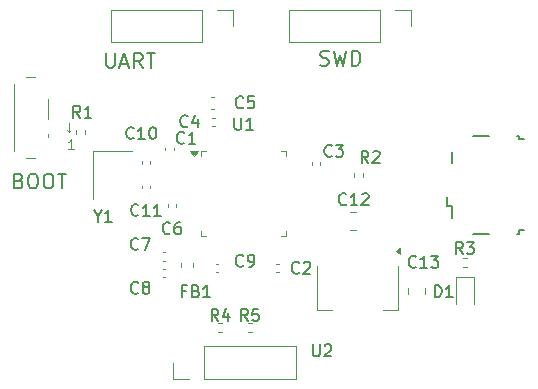
<source format=gbr>
%TF.GenerationSoftware,KiCad,Pcbnew,9.0.1*%
%TF.CreationDate,2025-05-17T01:13:42+02:00*%
%TF.ProjectId,kurs,6b757273-2e6b-4696-9361-645f70636258,rev?*%
%TF.SameCoordinates,Original*%
%TF.FileFunction,Legend,Top*%
%TF.FilePolarity,Positive*%
%FSLAX46Y46*%
G04 Gerber Fmt 4.6, Leading zero omitted, Abs format (unit mm)*
G04 Created by KiCad (PCBNEW 9.0.1) date 2025-05-17 01:13:42*
%MOMM*%
%LPD*%
G01*
G04 APERTURE LIST*
%ADD10C,0.100000*%
%ADD11C,0.200000*%
%ADD12C,0.150000*%
%ADD13C,0.120000*%
G04 APERTURE END LIST*
D10*
X53484836Y-62710514D02*
X53484836Y-63472419D01*
X53675312Y-63281942D02*
X53484836Y-63472419D01*
X53484836Y-63472419D02*
X53294360Y-63281942D01*
X53875312Y-64896895D02*
X53418169Y-64896895D01*
X53646741Y-64896895D02*
X53646741Y-64096895D01*
X53646741Y-64096895D02*
X53570550Y-64211180D01*
X53570550Y-64211180D02*
X53494360Y-64287371D01*
X53494360Y-64287371D02*
X53418169Y-64325466D01*
D11*
X56629197Y-56786623D02*
X56629197Y-57798528D01*
X56629197Y-57798528D02*
X56688720Y-57917576D01*
X56688720Y-57917576D02*
X56748244Y-57977100D01*
X56748244Y-57977100D02*
X56867292Y-58036623D01*
X56867292Y-58036623D02*
X57105387Y-58036623D01*
X57105387Y-58036623D02*
X57224435Y-57977100D01*
X57224435Y-57977100D02*
X57283958Y-57917576D01*
X57283958Y-57917576D02*
X57343482Y-57798528D01*
X57343482Y-57798528D02*
X57343482Y-56786623D01*
X57879197Y-57679480D02*
X58474435Y-57679480D01*
X57760149Y-58036623D02*
X58176816Y-56786623D01*
X58176816Y-56786623D02*
X58593482Y-58036623D01*
X59724435Y-58036623D02*
X59307769Y-57441385D01*
X59010150Y-58036623D02*
X59010150Y-56786623D01*
X59010150Y-56786623D02*
X59486340Y-56786623D01*
X59486340Y-56786623D02*
X59605388Y-56846147D01*
X59605388Y-56846147D02*
X59664911Y-56905671D01*
X59664911Y-56905671D02*
X59724435Y-57024719D01*
X59724435Y-57024719D02*
X59724435Y-57203290D01*
X59724435Y-57203290D02*
X59664911Y-57322338D01*
X59664911Y-57322338D02*
X59605388Y-57381861D01*
X59605388Y-57381861D02*
X59486340Y-57441385D01*
X59486340Y-57441385D02*
X59010150Y-57441385D01*
X60081578Y-56786623D02*
X60795864Y-56786623D01*
X60438721Y-58036623D02*
X60438721Y-56786623D01*
X74769673Y-57777100D02*
X74948244Y-57836623D01*
X74948244Y-57836623D02*
X75245863Y-57836623D01*
X75245863Y-57836623D02*
X75364911Y-57777100D01*
X75364911Y-57777100D02*
X75424435Y-57717576D01*
X75424435Y-57717576D02*
X75483958Y-57598528D01*
X75483958Y-57598528D02*
X75483958Y-57479480D01*
X75483958Y-57479480D02*
X75424435Y-57360433D01*
X75424435Y-57360433D02*
X75364911Y-57300909D01*
X75364911Y-57300909D02*
X75245863Y-57241385D01*
X75245863Y-57241385D02*
X75007768Y-57181861D01*
X75007768Y-57181861D02*
X74888720Y-57122338D01*
X74888720Y-57122338D02*
X74829197Y-57062814D01*
X74829197Y-57062814D02*
X74769673Y-56943766D01*
X74769673Y-56943766D02*
X74769673Y-56824719D01*
X74769673Y-56824719D02*
X74829197Y-56705671D01*
X74829197Y-56705671D02*
X74888720Y-56646147D01*
X74888720Y-56646147D02*
X75007768Y-56586623D01*
X75007768Y-56586623D02*
X75305387Y-56586623D01*
X75305387Y-56586623D02*
X75483958Y-56646147D01*
X75900625Y-56586623D02*
X76198244Y-57836623D01*
X76198244Y-57836623D02*
X76436339Y-56943766D01*
X76436339Y-56943766D02*
X76674434Y-57836623D01*
X76674434Y-57836623D02*
X76972054Y-56586623D01*
X77448244Y-57836623D02*
X77448244Y-56586623D01*
X77448244Y-56586623D02*
X77745863Y-56586623D01*
X77745863Y-56586623D02*
X77924434Y-56646147D01*
X77924434Y-56646147D02*
X78043482Y-56765195D01*
X78043482Y-56765195D02*
X78103005Y-56884242D01*
X78103005Y-56884242D02*
X78162529Y-57122338D01*
X78162529Y-57122338D02*
X78162529Y-57300909D01*
X78162529Y-57300909D02*
X78103005Y-57539004D01*
X78103005Y-57539004D02*
X78043482Y-57658052D01*
X78043482Y-57658052D02*
X77924434Y-57777100D01*
X77924434Y-57777100D02*
X77745863Y-57836623D01*
X77745863Y-57836623D02*
X77448244Y-57836623D01*
X49245863Y-67581861D02*
X49424435Y-67641385D01*
X49424435Y-67641385D02*
X49483958Y-67700909D01*
X49483958Y-67700909D02*
X49543482Y-67819957D01*
X49543482Y-67819957D02*
X49543482Y-67998528D01*
X49543482Y-67998528D02*
X49483958Y-68117576D01*
X49483958Y-68117576D02*
X49424435Y-68177100D01*
X49424435Y-68177100D02*
X49305387Y-68236623D01*
X49305387Y-68236623D02*
X48829197Y-68236623D01*
X48829197Y-68236623D02*
X48829197Y-66986623D01*
X48829197Y-66986623D02*
X49245863Y-66986623D01*
X49245863Y-66986623D02*
X49364911Y-67046147D01*
X49364911Y-67046147D02*
X49424435Y-67105671D01*
X49424435Y-67105671D02*
X49483958Y-67224719D01*
X49483958Y-67224719D02*
X49483958Y-67343766D01*
X49483958Y-67343766D02*
X49424435Y-67462814D01*
X49424435Y-67462814D02*
X49364911Y-67522338D01*
X49364911Y-67522338D02*
X49245863Y-67581861D01*
X49245863Y-67581861D02*
X48829197Y-67581861D01*
X50317292Y-66986623D02*
X50555387Y-66986623D01*
X50555387Y-66986623D02*
X50674435Y-67046147D01*
X50674435Y-67046147D02*
X50793482Y-67165195D01*
X50793482Y-67165195D02*
X50853006Y-67403290D01*
X50853006Y-67403290D02*
X50853006Y-67819957D01*
X50853006Y-67819957D02*
X50793482Y-68058052D01*
X50793482Y-68058052D02*
X50674435Y-68177100D01*
X50674435Y-68177100D02*
X50555387Y-68236623D01*
X50555387Y-68236623D02*
X50317292Y-68236623D01*
X50317292Y-68236623D02*
X50198244Y-68177100D01*
X50198244Y-68177100D02*
X50079197Y-68058052D01*
X50079197Y-68058052D02*
X50019673Y-67819957D01*
X50019673Y-67819957D02*
X50019673Y-67403290D01*
X50019673Y-67403290D02*
X50079197Y-67165195D01*
X50079197Y-67165195D02*
X50198244Y-67046147D01*
X50198244Y-67046147D02*
X50317292Y-66986623D01*
X51626816Y-66986623D02*
X51864911Y-66986623D01*
X51864911Y-66986623D02*
X51983959Y-67046147D01*
X51983959Y-67046147D02*
X52103006Y-67165195D01*
X52103006Y-67165195D02*
X52162530Y-67403290D01*
X52162530Y-67403290D02*
X52162530Y-67819957D01*
X52162530Y-67819957D02*
X52103006Y-68058052D01*
X52103006Y-68058052D02*
X51983959Y-68177100D01*
X51983959Y-68177100D02*
X51864911Y-68236623D01*
X51864911Y-68236623D02*
X51626816Y-68236623D01*
X51626816Y-68236623D02*
X51507768Y-68177100D01*
X51507768Y-68177100D02*
X51388721Y-68058052D01*
X51388721Y-68058052D02*
X51329197Y-67819957D01*
X51329197Y-67819957D02*
X51329197Y-67403290D01*
X51329197Y-67403290D02*
X51388721Y-67165195D01*
X51388721Y-67165195D02*
X51507768Y-67046147D01*
X51507768Y-67046147D02*
X51626816Y-66986623D01*
X52519673Y-66986623D02*
X53233959Y-66986623D01*
X52876816Y-68236623D02*
X52876816Y-66986623D01*
D12*
X55923809Y-70578628D02*
X55923809Y-71054819D01*
X55590476Y-70054819D02*
X55923809Y-70578628D01*
X55923809Y-70578628D02*
X56257142Y-70054819D01*
X57114285Y-71054819D02*
X56542857Y-71054819D01*
X56828571Y-71054819D02*
X56828571Y-70054819D01*
X56828571Y-70054819D02*
X56733333Y-70197676D01*
X56733333Y-70197676D02*
X56638095Y-70292914D01*
X56638095Y-70292914D02*
X56542857Y-70340533D01*
X63366666Y-76931009D02*
X63033333Y-76931009D01*
X63033333Y-77454819D02*
X63033333Y-76454819D01*
X63033333Y-76454819D02*
X63509523Y-76454819D01*
X64223809Y-76931009D02*
X64366666Y-76978628D01*
X64366666Y-76978628D02*
X64414285Y-77026247D01*
X64414285Y-77026247D02*
X64461904Y-77121485D01*
X64461904Y-77121485D02*
X64461904Y-77264342D01*
X64461904Y-77264342D02*
X64414285Y-77359580D01*
X64414285Y-77359580D02*
X64366666Y-77407200D01*
X64366666Y-77407200D02*
X64271428Y-77454819D01*
X64271428Y-77454819D02*
X63890476Y-77454819D01*
X63890476Y-77454819D02*
X63890476Y-76454819D01*
X63890476Y-76454819D02*
X64223809Y-76454819D01*
X64223809Y-76454819D02*
X64319047Y-76502438D01*
X64319047Y-76502438D02*
X64366666Y-76550057D01*
X64366666Y-76550057D02*
X64414285Y-76645295D01*
X64414285Y-76645295D02*
X64414285Y-76740533D01*
X64414285Y-76740533D02*
X64366666Y-76835771D01*
X64366666Y-76835771D02*
X64319047Y-76883390D01*
X64319047Y-76883390D02*
X64223809Y-76931009D01*
X64223809Y-76931009D02*
X63890476Y-76931009D01*
X65414285Y-77454819D02*
X64842857Y-77454819D01*
X65128571Y-77454819D02*
X65128571Y-76454819D01*
X65128571Y-76454819D02*
X65033333Y-76597676D01*
X65033333Y-76597676D02*
X64938095Y-76692914D01*
X64938095Y-76692914D02*
X64842857Y-76740533D01*
X75733333Y-65459580D02*
X75685714Y-65507200D01*
X75685714Y-65507200D02*
X75542857Y-65554819D01*
X75542857Y-65554819D02*
X75447619Y-65554819D01*
X75447619Y-65554819D02*
X75304762Y-65507200D01*
X75304762Y-65507200D02*
X75209524Y-65411961D01*
X75209524Y-65411961D02*
X75161905Y-65316723D01*
X75161905Y-65316723D02*
X75114286Y-65126247D01*
X75114286Y-65126247D02*
X75114286Y-64983390D01*
X75114286Y-64983390D02*
X75161905Y-64792914D01*
X75161905Y-64792914D02*
X75209524Y-64697676D01*
X75209524Y-64697676D02*
X75304762Y-64602438D01*
X75304762Y-64602438D02*
X75447619Y-64554819D01*
X75447619Y-64554819D02*
X75542857Y-64554819D01*
X75542857Y-64554819D02*
X75685714Y-64602438D01*
X75685714Y-64602438D02*
X75733333Y-64650057D01*
X76066667Y-64554819D02*
X76685714Y-64554819D01*
X76685714Y-64554819D02*
X76352381Y-64935771D01*
X76352381Y-64935771D02*
X76495238Y-64935771D01*
X76495238Y-64935771D02*
X76590476Y-64983390D01*
X76590476Y-64983390D02*
X76638095Y-65031009D01*
X76638095Y-65031009D02*
X76685714Y-65126247D01*
X76685714Y-65126247D02*
X76685714Y-65364342D01*
X76685714Y-65364342D02*
X76638095Y-65459580D01*
X76638095Y-65459580D02*
X76590476Y-65507200D01*
X76590476Y-65507200D02*
X76495238Y-65554819D01*
X76495238Y-65554819D02*
X76209524Y-65554819D01*
X76209524Y-65554819D02*
X76114286Y-65507200D01*
X76114286Y-65507200D02*
X76066667Y-65459580D01*
X68233333Y-61359580D02*
X68185714Y-61407200D01*
X68185714Y-61407200D02*
X68042857Y-61454819D01*
X68042857Y-61454819D02*
X67947619Y-61454819D01*
X67947619Y-61454819D02*
X67804762Y-61407200D01*
X67804762Y-61407200D02*
X67709524Y-61311961D01*
X67709524Y-61311961D02*
X67661905Y-61216723D01*
X67661905Y-61216723D02*
X67614286Y-61026247D01*
X67614286Y-61026247D02*
X67614286Y-60883390D01*
X67614286Y-60883390D02*
X67661905Y-60692914D01*
X67661905Y-60692914D02*
X67709524Y-60597676D01*
X67709524Y-60597676D02*
X67804762Y-60502438D01*
X67804762Y-60502438D02*
X67947619Y-60454819D01*
X67947619Y-60454819D02*
X68042857Y-60454819D01*
X68042857Y-60454819D02*
X68185714Y-60502438D01*
X68185714Y-60502438D02*
X68233333Y-60550057D01*
X69138095Y-60454819D02*
X68661905Y-60454819D01*
X68661905Y-60454819D02*
X68614286Y-60931009D01*
X68614286Y-60931009D02*
X68661905Y-60883390D01*
X68661905Y-60883390D02*
X68757143Y-60835771D01*
X68757143Y-60835771D02*
X68995238Y-60835771D01*
X68995238Y-60835771D02*
X69090476Y-60883390D01*
X69090476Y-60883390D02*
X69138095Y-60931009D01*
X69138095Y-60931009D02*
X69185714Y-61026247D01*
X69185714Y-61026247D02*
X69185714Y-61264342D01*
X69185714Y-61264342D02*
X69138095Y-61359580D01*
X69138095Y-61359580D02*
X69090476Y-61407200D01*
X69090476Y-61407200D02*
X68995238Y-61454819D01*
X68995238Y-61454819D02*
X68757143Y-61454819D01*
X68757143Y-61454819D02*
X68661905Y-61407200D01*
X68661905Y-61407200D02*
X68614286Y-61359580D01*
X67488095Y-62267319D02*
X67488095Y-63076842D01*
X67488095Y-63076842D02*
X67535714Y-63172080D01*
X67535714Y-63172080D02*
X67583333Y-63219700D01*
X67583333Y-63219700D02*
X67678571Y-63267319D01*
X67678571Y-63267319D02*
X67869047Y-63267319D01*
X67869047Y-63267319D02*
X67964285Y-63219700D01*
X67964285Y-63219700D02*
X68011904Y-63172080D01*
X68011904Y-63172080D02*
X68059523Y-63076842D01*
X68059523Y-63076842D02*
X68059523Y-62267319D01*
X69059523Y-63267319D02*
X68488095Y-63267319D01*
X68773809Y-63267319D02*
X68773809Y-62267319D01*
X68773809Y-62267319D02*
X68678571Y-62410176D01*
X68678571Y-62410176D02*
X68583333Y-62505414D01*
X68583333Y-62505414D02*
X68488095Y-62553033D01*
X84461905Y-77454819D02*
X84461905Y-76454819D01*
X84461905Y-76454819D02*
X84700000Y-76454819D01*
X84700000Y-76454819D02*
X84842857Y-76502438D01*
X84842857Y-76502438D02*
X84938095Y-76597676D01*
X84938095Y-76597676D02*
X84985714Y-76692914D01*
X84985714Y-76692914D02*
X85033333Y-76883390D01*
X85033333Y-76883390D02*
X85033333Y-77026247D01*
X85033333Y-77026247D02*
X84985714Y-77216723D01*
X84985714Y-77216723D02*
X84938095Y-77311961D01*
X84938095Y-77311961D02*
X84842857Y-77407200D01*
X84842857Y-77407200D02*
X84700000Y-77454819D01*
X84700000Y-77454819D02*
X84461905Y-77454819D01*
X85985714Y-77454819D02*
X85414286Y-77454819D01*
X85700000Y-77454819D02*
X85700000Y-76454819D01*
X85700000Y-76454819D02*
X85604762Y-76597676D01*
X85604762Y-76597676D02*
X85509524Y-76692914D01*
X85509524Y-76692914D02*
X85414286Y-76740533D01*
X58957142Y-63959580D02*
X58909523Y-64007200D01*
X58909523Y-64007200D02*
X58766666Y-64054819D01*
X58766666Y-64054819D02*
X58671428Y-64054819D01*
X58671428Y-64054819D02*
X58528571Y-64007200D01*
X58528571Y-64007200D02*
X58433333Y-63911961D01*
X58433333Y-63911961D02*
X58385714Y-63816723D01*
X58385714Y-63816723D02*
X58338095Y-63626247D01*
X58338095Y-63626247D02*
X58338095Y-63483390D01*
X58338095Y-63483390D02*
X58385714Y-63292914D01*
X58385714Y-63292914D02*
X58433333Y-63197676D01*
X58433333Y-63197676D02*
X58528571Y-63102438D01*
X58528571Y-63102438D02*
X58671428Y-63054819D01*
X58671428Y-63054819D02*
X58766666Y-63054819D01*
X58766666Y-63054819D02*
X58909523Y-63102438D01*
X58909523Y-63102438D02*
X58957142Y-63150057D01*
X59909523Y-64054819D02*
X59338095Y-64054819D01*
X59623809Y-64054819D02*
X59623809Y-63054819D01*
X59623809Y-63054819D02*
X59528571Y-63197676D01*
X59528571Y-63197676D02*
X59433333Y-63292914D01*
X59433333Y-63292914D02*
X59338095Y-63340533D01*
X60528571Y-63054819D02*
X60623809Y-63054819D01*
X60623809Y-63054819D02*
X60719047Y-63102438D01*
X60719047Y-63102438D02*
X60766666Y-63150057D01*
X60766666Y-63150057D02*
X60814285Y-63245295D01*
X60814285Y-63245295D02*
X60861904Y-63435771D01*
X60861904Y-63435771D02*
X60861904Y-63673866D01*
X60861904Y-63673866D02*
X60814285Y-63864342D01*
X60814285Y-63864342D02*
X60766666Y-63959580D01*
X60766666Y-63959580D02*
X60719047Y-64007200D01*
X60719047Y-64007200D02*
X60623809Y-64054819D01*
X60623809Y-64054819D02*
X60528571Y-64054819D01*
X60528571Y-64054819D02*
X60433333Y-64007200D01*
X60433333Y-64007200D02*
X60385714Y-63959580D01*
X60385714Y-63959580D02*
X60338095Y-63864342D01*
X60338095Y-63864342D02*
X60290476Y-63673866D01*
X60290476Y-63673866D02*
X60290476Y-63435771D01*
X60290476Y-63435771D02*
X60338095Y-63245295D01*
X60338095Y-63245295D02*
X60385714Y-63150057D01*
X60385714Y-63150057D02*
X60433333Y-63102438D01*
X60433333Y-63102438D02*
X60528571Y-63054819D01*
X86823333Y-73784819D02*
X86490000Y-73308628D01*
X86251905Y-73784819D02*
X86251905Y-72784819D01*
X86251905Y-72784819D02*
X86632857Y-72784819D01*
X86632857Y-72784819D02*
X86728095Y-72832438D01*
X86728095Y-72832438D02*
X86775714Y-72880057D01*
X86775714Y-72880057D02*
X86823333Y-72975295D01*
X86823333Y-72975295D02*
X86823333Y-73118152D01*
X86823333Y-73118152D02*
X86775714Y-73213390D01*
X86775714Y-73213390D02*
X86728095Y-73261009D01*
X86728095Y-73261009D02*
X86632857Y-73308628D01*
X86632857Y-73308628D02*
X86251905Y-73308628D01*
X87156667Y-72784819D02*
X87775714Y-72784819D01*
X87775714Y-72784819D02*
X87442381Y-73165771D01*
X87442381Y-73165771D02*
X87585238Y-73165771D01*
X87585238Y-73165771D02*
X87680476Y-73213390D01*
X87680476Y-73213390D02*
X87728095Y-73261009D01*
X87728095Y-73261009D02*
X87775714Y-73356247D01*
X87775714Y-73356247D02*
X87775714Y-73594342D01*
X87775714Y-73594342D02*
X87728095Y-73689580D01*
X87728095Y-73689580D02*
X87680476Y-73737200D01*
X87680476Y-73737200D02*
X87585238Y-73784819D01*
X87585238Y-73784819D02*
X87299524Y-73784819D01*
X87299524Y-73784819D02*
X87204286Y-73737200D01*
X87204286Y-73737200D02*
X87156667Y-73689580D01*
X63233333Y-64359580D02*
X63185714Y-64407200D01*
X63185714Y-64407200D02*
X63042857Y-64454819D01*
X63042857Y-64454819D02*
X62947619Y-64454819D01*
X62947619Y-64454819D02*
X62804762Y-64407200D01*
X62804762Y-64407200D02*
X62709524Y-64311961D01*
X62709524Y-64311961D02*
X62661905Y-64216723D01*
X62661905Y-64216723D02*
X62614286Y-64026247D01*
X62614286Y-64026247D02*
X62614286Y-63883390D01*
X62614286Y-63883390D02*
X62661905Y-63692914D01*
X62661905Y-63692914D02*
X62709524Y-63597676D01*
X62709524Y-63597676D02*
X62804762Y-63502438D01*
X62804762Y-63502438D02*
X62947619Y-63454819D01*
X62947619Y-63454819D02*
X63042857Y-63454819D01*
X63042857Y-63454819D02*
X63185714Y-63502438D01*
X63185714Y-63502438D02*
X63233333Y-63550057D01*
X64185714Y-64454819D02*
X63614286Y-64454819D01*
X63900000Y-64454819D02*
X63900000Y-63454819D01*
X63900000Y-63454819D02*
X63804762Y-63597676D01*
X63804762Y-63597676D02*
X63709524Y-63692914D01*
X63709524Y-63692914D02*
X63614286Y-63740533D01*
X72973333Y-75359580D02*
X72925714Y-75407200D01*
X72925714Y-75407200D02*
X72782857Y-75454819D01*
X72782857Y-75454819D02*
X72687619Y-75454819D01*
X72687619Y-75454819D02*
X72544762Y-75407200D01*
X72544762Y-75407200D02*
X72449524Y-75311961D01*
X72449524Y-75311961D02*
X72401905Y-75216723D01*
X72401905Y-75216723D02*
X72354286Y-75026247D01*
X72354286Y-75026247D02*
X72354286Y-74883390D01*
X72354286Y-74883390D02*
X72401905Y-74692914D01*
X72401905Y-74692914D02*
X72449524Y-74597676D01*
X72449524Y-74597676D02*
X72544762Y-74502438D01*
X72544762Y-74502438D02*
X72687619Y-74454819D01*
X72687619Y-74454819D02*
X72782857Y-74454819D01*
X72782857Y-74454819D02*
X72925714Y-74502438D01*
X72925714Y-74502438D02*
X72973333Y-74550057D01*
X73354286Y-74550057D02*
X73401905Y-74502438D01*
X73401905Y-74502438D02*
X73497143Y-74454819D01*
X73497143Y-74454819D02*
X73735238Y-74454819D01*
X73735238Y-74454819D02*
X73830476Y-74502438D01*
X73830476Y-74502438D02*
X73878095Y-74550057D01*
X73878095Y-74550057D02*
X73925714Y-74645295D01*
X73925714Y-74645295D02*
X73925714Y-74740533D01*
X73925714Y-74740533D02*
X73878095Y-74883390D01*
X73878095Y-74883390D02*
X73306667Y-75454819D01*
X73306667Y-75454819D02*
X73925714Y-75454819D01*
X76957142Y-69559580D02*
X76909523Y-69607200D01*
X76909523Y-69607200D02*
X76766666Y-69654819D01*
X76766666Y-69654819D02*
X76671428Y-69654819D01*
X76671428Y-69654819D02*
X76528571Y-69607200D01*
X76528571Y-69607200D02*
X76433333Y-69511961D01*
X76433333Y-69511961D02*
X76385714Y-69416723D01*
X76385714Y-69416723D02*
X76338095Y-69226247D01*
X76338095Y-69226247D02*
X76338095Y-69083390D01*
X76338095Y-69083390D02*
X76385714Y-68892914D01*
X76385714Y-68892914D02*
X76433333Y-68797676D01*
X76433333Y-68797676D02*
X76528571Y-68702438D01*
X76528571Y-68702438D02*
X76671428Y-68654819D01*
X76671428Y-68654819D02*
X76766666Y-68654819D01*
X76766666Y-68654819D02*
X76909523Y-68702438D01*
X76909523Y-68702438D02*
X76957142Y-68750057D01*
X77909523Y-69654819D02*
X77338095Y-69654819D01*
X77623809Y-69654819D02*
X77623809Y-68654819D01*
X77623809Y-68654819D02*
X77528571Y-68797676D01*
X77528571Y-68797676D02*
X77433333Y-68892914D01*
X77433333Y-68892914D02*
X77338095Y-68940533D01*
X78290476Y-68750057D02*
X78338095Y-68702438D01*
X78338095Y-68702438D02*
X78433333Y-68654819D01*
X78433333Y-68654819D02*
X78671428Y-68654819D01*
X78671428Y-68654819D02*
X78766666Y-68702438D01*
X78766666Y-68702438D02*
X78814285Y-68750057D01*
X78814285Y-68750057D02*
X78861904Y-68845295D01*
X78861904Y-68845295D02*
X78861904Y-68940533D01*
X78861904Y-68940533D02*
X78814285Y-69083390D01*
X78814285Y-69083390D02*
X78242857Y-69654819D01*
X78242857Y-69654819D02*
X78861904Y-69654819D01*
X59333333Y-77059580D02*
X59285714Y-77107200D01*
X59285714Y-77107200D02*
X59142857Y-77154819D01*
X59142857Y-77154819D02*
X59047619Y-77154819D01*
X59047619Y-77154819D02*
X58904762Y-77107200D01*
X58904762Y-77107200D02*
X58809524Y-77011961D01*
X58809524Y-77011961D02*
X58761905Y-76916723D01*
X58761905Y-76916723D02*
X58714286Y-76726247D01*
X58714286Y-76726247D02*
X58714286Y-76583390D01*
X58714286Y-76583390D02*
X58761905Y-76392914D01*
X58761905Y-76392914D02*
X58809524Y-76297676D01*
X58809524Y-76297676D02*
X58904762Y-76202438D01*
X58904762Y-76202438D02*
X59047619Y-76154819D01*
X59047619Y-76154819D02*
X59142857Y-76154819D01*
X59142857Y-76154819D02*
X59285714Y-76202438D01*
X59285714Y-76202438D02*
X59333333Y-76250057D01*
X59904762Y-76583390D02*
X59809524Y-76535771D01*
X59809524Y-76535771D02*
X59761905Y-76488152D01*
X59761905Y-76488152D02*
X59714286Y-76392914D01*
X59714286Y-76392914D02*
X59714286Y-76345295D01*
X59714286Y-76345295D02*
X59761905Y-76250057D01*
X59761905Y-76250057D02*
X59809524Y-76202438D01*
X59809524Y-76202438D02*
X59904762Y-76154819D01*
X59904762Y-76154819D02*
X60095238Y-76154819D01*
X60095238Y-76154819D02*
X60190476Y-76202438D01*
X60190476Y-76202438D02*
X60238095Y-76250057D01*
X60238095Y-76250057D02*
X60285714Y-76345295D01*
X60285714Y-76345295D02*
X60285714Y-76392914D01*
X60285714Y-76392914D02*
X60238095Y-76488152D01*
X60238095Y-76488152D02*
X60190476Y-76535771D01*
X60190476Y-76535771D02*
X60095238Y-76583390D01*
X60095238Y-76583390D02*
X59904762Y-76583390D01*
X59904762Y-76583390D02*
X59809524Y-76631009D01*
X59809524Y-76631009D02*
X59761905Y-76678628D01*
X59761905Y-76678628D02*
X59714286Y-76773866D01*
X59714286Y-76773866D02*
X59714286Y-76964342D01*
X59714286Y-76964342D02*
X59761905Y-77059580D01*
X59761905Y-77059580D02*
X59809524Y-77107200D01*
X59809524Y-77107200D02*
X59904762Y-77154819D01*
X59904762Y-77154819D02*
X60095238Y-77154819D01*
X60095238Y-77154819D02*
X60190476Y-77107200D01*
X60190476Y-77107200D02*
X60238095Y-77059580D01*
X60238095Y-77059580D02*
X60285714Y-76964342D01*
X60285714Y-76964342D02*
X60285714Y-76773866D01*
X60285714Y-76773866D02*
X60238095Y-76678628D01*
X60238095Y-76678628D02*
X60190476Y-76631009D01*
X60190476Y-76631009D02*
X60095238Y-76583390D01*
X62033333Y-72019580D02*
X61985714Y-72067200D01*
X61985714Y-72067200D02*
X61842857Y-72114819D01*
X61842857Y-72114819D02*
X61747619Y-72114819D01*
X61747619Y-72114819D02*
X61604762Y-72067200D01*
X61604762Y-72067200D02*
X61509524Y-71971961D01*
X61509524Y-71971961D02*
X61461905Y-71876723D01*
X61461905Y-71876723D02*
X61414286Y-71686247D01*
X61414286Y-71686247D02*
X61414286Y-71543390D01*
X61414286Y-71543390D02*
X61461905Y-71352914D01*
X61461905Y-71352914D02*
X61509524Y-71257676D01*
X61509524Y-71257676D02*
X61604762Y-71162438D01*
X61604762Y-71162438D02*
X61747619Y-71114819D01*
X61747619Y-71114819D02*
X61842857Y-71114819D01*
X61842857Y-71114819D02*
X61985714Y-71162438D01*
X61985714Y-71162438D02*
X62033333Y-71210057D01*
X62890476Y-71114819D02*
X62700000Y-71114819D01*
X62700000Y-71114819D02*
X62604762Y-71162438D01*
X62604762Y-71162438D02*
X62557143Y-71210057D01*
X62557143Y-71210057D02*
X62461905Y-71352914D01*
X62461905Y-71352914D02*
X62414286Y-71543390D01*
X62414286Y-71543390D02*
X62414286Y-71924342D01*
X62414286Y-71924342D02*
X62461905Y-72019580D01*
X62461905Y-72019580D02*
X62509524Y-72067200D01*
X62509524Y-72067200D02*
X62604762Y-72114819D01*
X62604762Y-72114819D02*
X62795238Y-72114819D01*
X62795238Y-72114819D02*
X62890476Y-72067200D01*
X62890476Y-72067200D02*
X62938095Y-72019580D01*
X62938095Y-72019580D02*
X62985714Y-71924342D01*
X62985714Y-71924342D02*
X62985714Y-71686247D01*
X62985714Y-71686247D02*
X62938095Y-71591009D01*
X62938095Y-71591009D02*
X62890476Y-71543390D01*
X62890476Y-71543390D02*
X62795238Y-71495771D01*
X62795238Y-71495771D02*
X62604762Y-71495771D01*
X62604762Y-71495771D02*
X62509524Y-71543390D01*
X62509524Y-71543390D02*
X62461905Y-71591009D01*
X62461905Y-71591009D02*
X62414286Y-71686247D01*
X68233333Y-74759580D02*
X68185714Y-74807200D01*
X68185714Y-74807200D02*
X68042857Y-74854819D01*
X68042857Y-74854819D02*
X67947619Y-74854819D01*
X67947619Y-74854819D02*
X67804762Y-74807200D01*
X67804762Y-74807200D02*
X67709524Y-74711961D01*
X67709524Y-74711961D02*
X67661905Y-74616723D01*
X67661905Y-74616723D02*
X67614286Y-74426247D01*
X67614286Y-74426247D02*
X67614286Y-74283390D01*
X67614286Y-74283390D02*
X67661905Y-74092914D01*
X67661905Y-74092914D02*
X67709524Y-73997676D01*
X67709524Y-73997676D02*
X67804762Y-73902438D01*
X67804762Y-73902438D02*
X67947619Y-73854819D01*
X67947619Y-73854819D02*
X68042857Y-73854819D01*
X68042857Y-73854819D02*
X68185714Y-73902438D01*
X68185714Y-73902438D02*
X68233333Y-73950057D01*
X68709524Y-74854819D02*
X68900000Y-74854819D01*
X68900000Y-74854819D02*
X68995238Y-74807200D01*
X68995238Y-74807200D02*
X69042857Y-74759580D01*
X69042857Y-74759580D02*
X69138095Y-74616723D01*
X69138095Y-74616723D02*
X69185714Y-74426247D01*
X69185714Y-74426247D02*
X69185714Y-74045295D01*
X69185714Y-74045295D02*
X69138095Y-73950057D01*
X69138095Y-73950057D02*
X69090476Y-73902438D01*
X69090476Y-73902438D02*
X68995238Y-73854819D01*
X68995238Y-73854819D02*
X68804762Y-73854819D01*
X68804762Y-73854819D02*
X68709524Y-73902438D01*
X68709524Y-73902438D02*
X68661905Y-73950057D01*
X68661905Y-73950057D02*
X68614286Y-74045295D01*
X68614286Y-74045295D02*
X68614286Y-74283390D01*
X68614286Y-74283390D02*
X68661905Y-74378628D01*
X68661905Y-74378628D02*
X68709524Y-74426247D01*
X68709524Y-74426247D02*
X68804762Y-74473866D01*
X68804762Y-74473866D02*
X68995238Y-74473866D01*
X68995238Y-74473866D02*
X69090476Y-74426247D01*
X69090476Y-74426247D02*
X69138095Y-74378628D01*
X69138095Y-74378628D02*
X69185714Y-74283390D01*
X59333333Y-73359580D02*
X59285714Y-73407200D01*
X59285714Y-73407200D02*
X59142857Y-73454819D01*
X59142857Y-73454819D02*
X59047619Y-73454819D01*
X59047619Y-73454819D02*
X58904762Y-73407200D01*
X58904762Y-73407200D02*
X58809524Y-73311961D01*
X58809524Y-73311961D02*
X58761905Y-73216723D01*
X58761905Y-73216723D02*
X58714286Y-73026247D01*
X58714286Y-73026247D02*
X58714286Y-72883390D01*
X58714286Y-72883390D02*
X58761905Y-72692914D01*
X58761905Y-72692914D02*
X58809524Y-72597676D01*
X58809524Y-72597676D02*
X58904762Y-72502438D01*
X58904762Y-72502438D02*
X59047619Y-72454819D01*
X59047619Y-72454819D02*
X59142857Y-72454819D01*
X59142857Y-72454819D02*
X59285714Y-72502438D01*
X59285714Y-72502438D02*
X59333333Y-72550057D01*
X59666667Y-72454819D02*
X60333333Y-72454819D01*
X60333333Y-72454819D02*
X59904762Y-73454819D01*
X66123333Y-79454819D02*
X65790000Y-78978628D01*
X65551905Y-79454819D02*
X65551905Y-78454819D01*
X65551905Y-78454819D02*
X65932857Y-78454819D01*
X65932857Y-78454819D02*
X66028095Y-78502438D01*
X66028095Y-78502438D02*
X66075714Y-78550057D01*
X66075714Y-78550057D02*
X66123333Y-78645295D01*
X66123333Y-78645295D02*
X66123333Y-78788152D01*
X66123333Y-78788152D02*
X66075714Y-78883390D01*
X66075714Y-78883390D02*
X66028095Y-78931009D01*
X66028095Y-78931009D02*
X65932857Y-78978628D01*
X65932857Y-78978628D02*
X65551905Y-78978628D01*
X66980476Y-78788152D02*
X66980476Y-79454819D01*
X66742381Y-78407200D02*
X66504286Y-79121485D01*
X66504286Y-79121485D02*
X67123333Y-79121485D01*
X54433333Y-62254819D02*
X54100000Y-61778628D01*
X53861905Y-62254819D02*
X53861905Y-61254819D01*
X53861905Y-61254819D02*
X54242857Y-61254819D01*
X54242857Y-61254819D02*
X54338095Y-61302438D01*
X54338095Y-61302438D02*
X54385714Y-61350057D01*
X54385714Y-61350057D02*
X54433333Y-61445295D01*
X54433333Y-61445295D02*
X54433333Y-61588152D01*
X54433333Y-61588152D02*
X54385714Y-61683390D01*
X54385714Y-61683390D02*
X54338095Y-61731009D01*
X54338095Y-61731009D02*
X54242857Y-61778628D01*
X54242857Y-61778628D02*
X53861905Y-61778628D01*
X55385714Y-62254819D02*
X54814286Y-62254819D01*
X55100000Y-62254819D02*
X55100000Y-61254819D01*
X55100000Y-61254819D02*
X55004762Y-61397676D01*
X55004762Y-61397676D02*
X54909524Y-61492914D01*
X54909524Y-61492914D02*
X54814286Y-61540533D01*
X68623333Y-79454819D02*
X68290000Y-78978628D01*
X68051905Y-79454819D02*
X68051905Y-78454819D01*
X68051905Y-78454819D02*
X68432857Y-78454819D01*
X68432857Y-78454819D02*
X68528095Y-78502438D01*
X68528095Y-78502438D02*
X68575714Y-78550057D01*
X68575714Y-78550057D02*
X68623333Y-78645295D01*
X68623333Y-78645295D02*
X68623333Y-78788152D01*
X68623333Y-78788152D02*
X68575714Y-78883390D01*
X68575714Y-78883390D02*
X68528095Y-78931009D01*
X68528095Y-78931009D02*
X68432857Y-78978628D01*
X68432857Y-78978628D02*
X68051905Y-78978628D01*
X69528095Y-78454819D02*
X69051905Y-78454819D01*
X69051905Y-78454819D02*
X69004286Y-78931009D01*
X69004286Y-78931009D02*
X69051905Y-78883390D01*
X69051905Y-78883390D02*
X69147143Y-78835771D01*
X69147143Y-78835771D02*
X69385238Y-78835771D01*
X69385238Y-78835771D02*
X69480476Y-78883390D01*
X69480476Y-78883390D02*
X69528095Y-78931009D01*
X69528095Y-78931009D02*
X69575714Y-79026247D01*
X69575714Y-79026247D02*
X69575714Y-79264342D01*
X69575714Y-79264342D02*
X69528095Y-79359580D01*
X69528095Y-79359580D02*
X69480476Y-79407200D01*
X69480476Y-79407200D02*
X69385238Y-79454819D01*
X69385238Y-79454819D02*
X69147143Y-79454819D01*
X69147143Y-79454819D02*
X69051905Y-79407200D01*
X69051905Y-79407200D02*
X69004286Y-79359580D01*
X63533333Y-62959580D02*
X63485714Y-63007200D01*
X63485714Y-63007200D02*
X63342857Y-63054819D01*
X63342857Y-63054819D02*
X63247619Y-63054819D01*
X63247619Y-63054819D02*
X63104762Y-63007200D01*
X63104762Y-63007200D02*
X63009524Y-62911961D01*
X63009524Y-62911961D02*
X62961905Y-62816723D01*
X62961905Y-62816723D02*
X62914286Y-62626247D01*
X62914286Y-62626247D02*
X62914286Y-62483390D01*
X62914286Y-62483390D02*
X62961905Y-62292914D01*
X62961905Y-62292914D02*
X63009524Y-62197676D01*
X63009524Y-62197676D02*
X63104762Y-62102438D01*
X63104762Y-62102438D02*
X63247619Y-62054819D01*
X63247619Y-62054819D02*
X63342857Y-62054819D01*
X63342857Y-62054819D02*
X63485714Y-62102438D01*
X63485714Y-62102438D02*
X63533333Y-62150057D01*
X64390476Y-62388152D02*
X64390476Y-63054819D01*
X64152381Y-62007200D02*
X63914286Y-62721485D01*
X63914286Y-62721485D02*
X64533333Y-62721485D01*
X82857142Y-74859580D02*
X82809523Y-74907200D01*
X82809523Y-74907200D02*
X82666666Y-74954819D01*
X82666666Y-74954819D02*
X82571428Y-74954819D01*
X82571428Y-74954819D02*
X82428571Y-74907200D01*
X82428571Y-74907200D02*
X82333333Y-74811961D01*
X82333333Y-74811961D02*
X82285714Y-74716723D01*
X82285714Y-74716723D02*
X82238095Y-74526247D01*
X82238095Y-74526247D02*
X82238095Y-74383390D01*
X82238095Y-74383390D02*
X82285714Y-74192914D01*
X82285714Y-74192914D02*
X82333333Y-74097676D01*
X82333333Y-74097676D02*
X82428571Y-74002438D01*
X82428571Y-74002438D02*
X82571428Y-73954819D01*
X82571428Y-73954819D02*
X82666666Y-73954819D01*
X82666666Y-73954819D02*
X82809523Y-74002438D01*
X82809523Y-74002438D02*
X82857142Y-74050057D01*
X83809523Y-74954819D02*
X83238095Y-74954819D01*
X83523809Y-74954819D02*
X83523809Y-73954819D01*
X83523809Y-73954819D02*
X83428571Y-74097676D01*
X83428571Y-74097676D02*
X83333333Y-74192914D01*
X83333333Y-74192914D02*
X83238095Y-74240533D01*
X84142857Y-73954819D02*
X84761904Y-73954819D01*
X84761904Y-73954819D02*
X84428571Y-74335771D01*
X84428571Y-74335771D02*
X84571428Y-74335771D01*
X84571428Y-74335771D02*
X84666666Y-74383390D01*
X84666666Y-74383390D02*
X84714285Y-74431009D01*
X84714285Y-74431009D02*
X84761904Y-74526247D01*
X84761904Y-74526247D02*
X84761904Y-74764342D01*
X84761904Y-74764342D02*
X84714285Y-74859580D01*
X84714285Y-74859580D02*
X84666666Y-74907200D01*
X84666666Y-74907200D02*
X84571428Y-74954819D01*
X84571428Y-74954819D02*
X84285714Y-74954819D01*
X84285714Y-74954819D02*
X84190476Y-74907200D01*
X84190476Y-74907200D02*
X84142857Y-74859580D01*
X78833333Y-66074819D02*
X78500000Y-65598628D01*
X78261905Y-66074819D02*
X78261905Y-65074819D01*
X78261905Y-65074819D02*
X78642857Y-65074819D01*
X78642857Y-65074819D02*
X78738095Y-65122438D01*
X78738095Y-65122438D02*
X78785714Y-65170057D01*
X78785714Y-65170057D02*
X78833333Y-65265295D01*
X78833333Y-65265295D02*
X78833333Y-65408152D01*
X78833333Y-65408152D02*
X78785714Y-65503390D01*
X78785714Y-65503390D02*
X78738095Y-65551009D01*
X78738095Y-65551009D02*
X78642857Y-65598628D01*
X78642857Y-65598628D02*
X78261905Y-65598628D01*
X79214286Y-65170057D02*
X79261905Y-65122438D01*
X79261905Y-65122438D02*
X79357143Y-65074819D01*
X79357143Y-65074819D02*
X79595238Y-65074819D01*
X79595238Y-65074819D02*
X79690476Y-65122438D01*
X79690476Y-65122438D02*
X79738095Y-65170057D01*
X79738095Y-65170057D02*
X79785714Y-65265295D01*
X79785714Y-65265295D02*
X79785714Y-65360533D01*
X79785714Y-65360533D02*
X79738095Y-65503390D01*
X79738095Y-65503390D02*
X79166667Y-66074819D01*
X79166667Y-66074819D02*
X79785714Y-66074819D01*
X59357142Y-70479580D02*
X59309523Y-70527200D01*
X59309523Y-70527200D02*
X59166666Y-70574819D01*
X59166666Y-70574819D02*
X59071428Y-70574819D01*
X59071428Y-70574819D02*
X58928571Y-70527200D01*
X58928571Y-70527200D02*
X58833333Y-70431961D01*
X58833333Y-70431961D02*
X58785714Y-70336723D01*
X58785714Y-70336723D02*
X58738095Y-70146247D01*
X58738095Y-70146247D02*
X58738095Y-70003390D01*
X58738095Y-70003390D02*
X58785714Y-69812914D01*
X58785714Y-69812914D02*
X58833333Y-69717676D01*
X58833333Y-69717676D02*
X58928571Y-69622438D01*
X58928571Y-69622438D02*
X59071428Y-69574819D01*
X59071428Y-69574819D02*
X59166666Y-69574819D01*
X59166666Y-69574819D02*
X59309523Y-69622438D01*
X59309523Y-69622438D02*
X59357142Y-69670057D01*
X60309523Y-70574819D02*
X59738095Y-70574819D01*
X60023809Y-70574819D02*
X60023809Y-69574819D01*
X60023809Y-69574819D02*
X59928571Y-69717676D01*
X59928571Y-69717676D02*
X59833333Y-69812914D01*
X59833333Y-69812914D02*
X59738095Y-69860533D01*
X61261904Y-70574819D02*
X60690476Y-70574819D01*
X60976190Y-70574819D02*
X60976190Y-69574819D01*
X60976190Y-69574819D02*
X60880952Y-69717676D01*
X60880952Y-69717676D02*
X60785714Y-69812914D01*
X60785714Y-69812914D02*
X60690476Y-69860533D01*
X74138095Y-81454819D02*
X74138095Y-82264342D01*
X74138095Y-82264342D02*
X74185714Y-82359580D01*
X74185714Y-82359580D02*
X74233333Y-82407200D01*
X74233333Y-82407200D02*
X74328571Y-82454819D01*
X74328571Y-82454819D02*
X74519047Y-82454819D01*
X74519047Y-82454819D02*
X74614285Y-82407200D01*
X74614285Y-82407200D02*
X74661904Y-82359580D01*
X74661904Y-82359580D02*
X74709523Y-82264342D01*
X74709523Y-82264342D02*
X74709523Y-81454819D01*
X75138095Y-81550057D02*
X75185714Y-81502438D01*
X75185714Y-81502438D02*
X75280952Y-81454819D01*
X75280952Y-81454819D02*
X75519047Y-81454819D01*
X75519047Y-81454819D02*
X75614285Y-81502438D01*
X75614285Y-81502438D02*
X75661904Y-81550057D01*
X75661904Y-81550057D02*
X75709523Y-81645295D01*
X75709523Y-81645295D02*
X75709523Y-81740533D01*
X75709523Y-81740533D02*
X75661904Y-81883390D01*
X75661904Y-81883390D02*
X75090476Y-82454819D01*
X75090476Y-82454819D02*
X75709523Y-82454819D01*
D13*
%TO.C,SW1*%
X50640000Y-58800000D02*
X49850000Y-58800000D01*
X48840000Y-59400000D02*
X48840000Y-65100000D01*
X51690000Y-60650000D02*
X51690000Y-62350000D01*
X51690000Y-63650000D02*
X51690000Y-63850000D01*
X49850000Y-65700000D02*
X50640000Y-65700000D01*
%TO.C,Y1*%
X55500000Y-65100000D02*
X55500000Y-69100000D01*
X58800000Y-65100000D02*
X55500000Y-65100000D01*
%TO.C,FB1*%
X62990000Y-74875279D02*
X62990000Y-74549721D01*
X64010000Y-74875279D02*
X64010000Y-74549721D01*
%TO.C,J4*%
X62300000Y-84380000D02*
X62300000Y-83000000D01*
X63680000Y-84380000D02*
X62300000Y-84380000D01*
X64950000Y-81620000D02*
X72680000Y-81620000D01*
X64950000Y-84380000D02*
X64950000Y-81620000D01*
X64950000Y-84380000D02*
X72680000Y-84380000D01*
X72680000Y-84380000D02*
X72680000Y-81620000D01*
%TO.C,C3*%
X74040000Y-66012164D02*
X74040000Y-66227836D01*
X74760000Y-66012164D02*
X74760000Y-66227836D01*
%TO.C,C5*%
X65484420Y-60490000D02*
X65765580Y-60490000D01*
X65484420Y-61510000D02*
X65765580Y-61510000D01*
%TO.C,U1*%
X64640000Y-65052500D02*
X64640000Y-65502500D01*
X64640000Y-72272500D02*
X64640000Y-71822500D01*
X65090000Y-65052500D02*
X64640000Y-65052500D01*
X65090000Y-72272500D02*
X64640000Y-72272500D01*
X71410000Y-65052500D02*
X71860000Y-65052500D01*
X71410000Y-72272500D02*
X71860000Y-72272500D01*
X71860000Y-65052500D02*
X71860000Y-65502500D01*
X71860000Y-72272500D02*
X71860000Y-71822500D01*
X64050000Y-65502500D02*
X63710000Y-65032500D01*
X64390000Y-65032500D01*
X64050000Y-65502500D01*
G36*
X64050000Y-65502500D02*
G01*
X63710000Y-65032500D01*
X64390000Y-65032500D01*
X64050000Y-65502500D01*
G37*
%TO.C,D1*%
X86265000Y-75727500D02*
X86265000Y-78012500D01*
X87735000Y-75727500D02*
X86265000Y-75727500D01*
X87735000Y-78012500D02*
X87735000Y-75727500D01*
%TO.C,C10*%
X59640000Y-66147836D02*
X59640000Y-65932164D01*
X60360000Y-66147836D02*
X60360000Y-65932164D01*
%TO.C,R3*%
X86836359Y-74120000D02*
X87143641Y-74120000D01*
X86836359Y-74880000D02*
X87143641Y-74880000D01*
%TO.C,C1*%
X61640000Y-65027836D02*
X61640000Y-64812164D01*
X62360000Y-65027836D02*
X62360000Y-64812164D01*
%TO.C,C2*%
X71227836Y-74640000D02*
X71012164Y-74640000D01*
X71227836Y-75360000D02*
X71012164Y-75360000D01*
%TO.C,C12*%
X77288748Y-70265000D02*
X77811252Y-70265000D01*
X77288748Y-71735000D02*
X77811252Y-71735000D01*
%TO.C,C8*%
X61627836Y-75040000D02*
X61412164Y-75040000D01*
X61627836Y-75760000D02*
X61412164Y-75760000D01*
%TO.C,C6*%
X61840000Y-69787836D02*
X61840000Y-69572164D01*
X62560000Y-69787836D02*
X62560000Y-69572164D01*
%TO.C,C9*%
X65912164Y-74640000D02*
X66127836Y-74640000D01*
X65912164Y-75360000D02*
X66127836Y-75360000D01*
%TO.C,C7*%
X61627836Y-73640000D02*
X61412164Y-73640000D01*
X61627836Y-74360000D02*
X61412164Y-74360000D01*
%TO.C,R4*%
X66443641Y-79620000D02*
X66136359Y-79620000D01*
X66443641Y-80380000D02*
X66136359Y-80380000D01*
%TO.C,R1*%
X54120000Y-63643641D02*
X54120000Y-63336359D01*
X54880000Y-63643641D02*
X54880000Y-63336359D01*
D12*
%TO.C,J1*%
X85475000Y-69000000D02*
X85475000Y-69725000D01*
X85475000Y-69725000D02*
X85900000Y-69725000D01*
X85900000Y-66125000D02*
X85900000Y-65125000D01*
X85900000Y-69725000D02*
X85900000Y-70725000D01*
X87650000Y-72075000D02*
X89050000Y-72075000D01*
X89050000Y-63775000D02*
X87650000Y-63775000D01*
X91450000Y-72075000D02*
X91600000Y-72075000D01*
X91600000Y-63775000D02*
X91450000Y-63775000D01*
X91600000Y-64075000D02*
X91600000Y-63775000D01*
X91600000Y-71775000D02*
X92050000Y-71775000D01*
X91600000Y-72075000D02*
X91600000Y-71775000D01*
X92050000Y-64075000D02*
X91600000Y-64075000D01*
D13*
%TO.C,R5*%
X68636359Y-79620000D02*
X68943641Y-79620000D01*
X68636359Y-80380000D02*
X68943641Y-80380000D01*
%TO.C,C4*%
X65612164Y-62240000D02*
X65827836Y-62240000D01*
X65612164Y-62960000D02*
X65827836Y-62960000D01*
%TO.C,C13*%
X82165000Y-77211252D02*
X82165000Y-76688748D01*
X83635000Y-77211252D02*
X83635000Y-76688748D01*
%TO.C,R2*%
X77620000Y-66956359D02*
X77620000Y-67263641D01*
X78380000Y-66956359D02*
X78380000Y-67263641D01*
%TO.C,C11*%
X59640000Y-68227836D02*
X59640000Y-68012164D01*
X60360000Y-68227836D02*
X60360000Y-68012164D01*
%TO.C,J2*%
X72080000Y-53120000D02*
X72080000Y-55880000D01*
X79810000Y-53120000D02*
X72080000Y-53120000D01*
X79810000Y-53120000D02*
X79810000Y-55880000D01*
X79810000Y-55880000D02*
X72080000Y-55880000D01*
X81080000Y-53120000D02*
X82460000Y-53120000D01*
X82460000Y-53120000D02*
X82460000Y-54500000D01*
%TO.C,U2*%
X74490000Y-74800000D02*
X74490000Y-78560000D01*
X74490000Y-78560000D02*
X75750000Y-78560000D01*
X81310000Y-74800000D02*
X81310000Y-78560000D01*
X81310000Y-78560000D02*
X80050000Y-78560000D01*
X81540000Y-73760000D02*
X81210000Y-73520000D01*
X81540000Y-73280000D01*
X81540000Y-73760000D01*
G36*
X81540000Y-73760000D02*
G01*
X81210000Y-73520000D01*
X81540000Y-73280000D01*
X81540000Y-73760000D01*
G37*
%TO.C,J3*%
X57000000Y-53120000D02*
X57000000Y-55880000D01*
X64730000Y-53120000D02*
X57000000Y-53120000D01*
X64730000Y-53120000D02*
X64730000Y-55880000D01*
X64730000Y-55880000D02*
X57000000Y-55880000D01*
X66000000Y-53120000D02*
X67380000Y-53120000D01*
X67380000Y-53120000D02*
X67380000Y-54500000D01*
%TD*%
M02*

</source>
